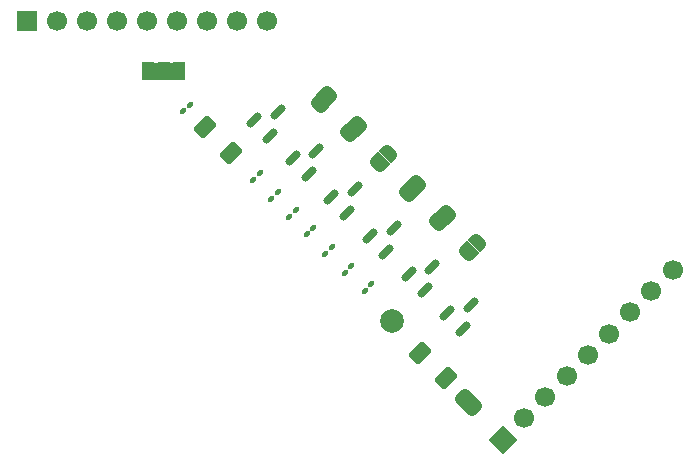
<source format=gbr>
%TF.GenerationSoftware,KiCad,Pcbnew,9.0.2*%
%TF.CreationDate,2025-07-19T22:24:43-05:00*%
%TF.ProjectId,XDS110 onboard prog breakout,58445331-3130-4206-9f6e-626f61726420,rev?*%
%TF.SameCoordinates,Original*%
%TF.FileFunction,Soldermask,Top*%
%TF.FilePolarity,Negative*%
%FSLAX46Y46*%
G04 Gerber Fmt 4.6, Leading zero omitted, Abs format (unit mm)*
G04 Created by KiCad (PCBNEW 9.0.2) date 2025-07-19 22:24:43*
%MOMM*%
%LPD*%
G01*
G04 APERTURE LIST*
G04 Aperture macros list*
%AMRoundRect*
0 Rectangle with rounded corners*
0 $1 Rounding radius*
0 $2 $3 $4 $5 $6 $7 $8 $9 X,Y pos of 4 corners*
0 Add a 4 corners polygon primitive as box body*
4,1,4,$2,$3,$4,$5,$6,$7,$8,$9,$2,$3,0*
0 Add four circle primitives for the rounded corners*
1,1,$1+$1,$2,$3*
1,1,$1+$1,$4,$5*
1,1,$1+$1,$6,$7*
1,1,$1+$1,$8,$9*
0 Add four rect primitives between the rounded corners*
20,1,$1+$1,$2,$3,$4,$5,0*
20,1,$1+$1,$4,$5,$6,$7,0*
20,1,$1+$1,$6,$7,$8,$9,0*
20,1,$1+$1,$8,$9,$2,$3,0*%
%AMRotRect*
0 Rectangle, with rotation*
0 The origin of the aperture is its center*
0 $1 length*
0 $2 width*
0 $3 Rotation angle, in degrees counterclockwise*
0 Add horizontal line*
21,1,$1,$2,0,0,$3*%
%AMFreePoly0*
4,1,23,0.499999,-0.750000,0.000000,-0.750000,0.000000,-0.745722,-0.065263,-0.745722,-0.191342,-0.711940,-0.304381,-0.646677,-0.396677,-0.554382,-0.461940,-0.441342,-0.495722,-0.315263,-0.495722,-0.250000,-0.500000,-0.250000,-0.500000,0.250000,-0.495722,0.250000,-0.495722,0.315263,-0.461940,0.441342,-0.396677,0.554382,-0.304381,0.646677,-0.191342,0.711940,-0.065263,0.745722,0.000000,0.745722,
0.000000,0.750000,0.499999,0.750000,0.499999,-0.750000,0.499999,-0.750000,$1*%
%AMFreePoly1*
4,1,23,0.000000,0.745722,0.065263,0.745722,0.191342,0.711940,0.304381,0.646677,0.396677,0.554382,0.461940,0.441342,0.495722,0.315263,0.495722,0.250000,0.500000,0.250000,0.500000,-0.250000,0.495722,-0.250000,0.495722,-0.315263,0.461940,-0.441342,0.396677,-0.554382,0.304381,-0.646677,0.191342,-0.711940,0.065263,-0.745722,0.000000,-0.745722,0.000000,-0.750000,-0.499999,-0.750000,
-0.499999,0.750000,0.000000,0.750000,0.000000,0.745722,0.000000,0.745722,$1*%
G04 Aperture macros list end*
%ADD10C,0.000000*%
%ADD11RoundRect,0.250000X-0.724784X-0.159099X-0.159099X-0.724784X0.724784X0.159099X0.159099X0.724784X0*%
%ADD12RoundRect,0.250000X0.724784X0.159099X0.159099X0.724784X-0.724784X-0.159099X-0.159099X-0.724784X0*%
%ADD13RoundRect,0.100000X-0.083085X-0.224506X0.224506X0.083085X0.083085X0.224506X-0.224506X-0.083085X0*%
%ADD14RoundRect,0.150000X-0.309359X-0.521491X0.521491X0.309359X0.309359X0.521491X-0.521491X-0.309359X0*%
%ADD15FreePoly0,45.000000*%
%ADD16FreePoly1,45.000000*%
%ADD17RotRect,1.700000X1.700000X135.000000*%
%ADD18C,1.700000*%
%ADD19R,1.000000X1.500000*%
%ADD20FreePoly0,135.000000*%
%ADD21FreePoly1,135.000000*%
%ADD22C,2.000000*%
%ADD23R,1.700000X1.700000*%
G04 APERTURE END LIST*
D10*
%TO.C,JP3*%
G36*
X112605696Y-101593564D02*
G01*
X112393564Y-101805696D01*
X111332904Y-100745036D01*
X111545036Y-100532904D01*
X112605696Y-101593564D01*
G37*
%TO.C,JP6*%
G36*
X120136396Y-109124264D02*
G01*
X119924264Y-109336396D01*
X118863604Y-108275736D01*
X119075736Y-108063604D01*
X120136396Y-109124264D01*
G37*
%TO.C,JP2*%
G36*
X99200000Y-99550001D02*
G01*
X97600000Y-99550001D01*
X97600000Y-98049999D01*
X99200000Y-98049999D01*
X99200000Y-99550001D01*
G37*
%TO.C,JP8*%
G36*
X125156896Y-114144764D02*
G01*
X124944764Y-114356896D01*
X123884104Y-113296236D01*
X124096236Y-113084104D01*
X125156896Y-114144764D01*
G37*
%TO.C,JP5*%
G36*
X117626196Y-106614064D02*
G01*
X117414064Y-106826196D01*
X116353404Y-105765536D01*
X116565536Y-105553404D01*
X117626196Y-106614064D01*
G37*
%TO.C,JP7*%
G36*
X122646596Y-111634464D02*
G01*
X122434464Y-111846596D01*
X121373804Y-110785936D01*
X121585936Y-110573804D01*
X122646596Y-111634464D01*
G37*
%TO.C,JP1*%
G36*
X124836396Y-126375736D02*
G01*
X123775736Y-127436396D01*
X123563604Y-127224264D01*
X124624264Y-126163604D01*
X124836396Y-126375736D01*
G37*
%TO.C,JP4*%
G36*
X115115896Y-104103764D02*
G01*
X114903764Y-104315896D01*
X113843104Y-103255236D01*
X114055236Y-103043104D01*
X115115896Y-104103764D01*
G37*
%TD*%
D11*
%TO.C,R1*%
X101903984Y-103503984D03*
X104096016Y-105696016D03*
%TD*%
D12*
%TO.C,R12*%
X122296016Y-124796016D03*
X120103984Y-122603984D03*
%TD*%
D13*
%TO.C,D7*%
X110499954Y-112600046D03*
X111076246Y-112023754D03*
%TD*%
D14*
%TO.C,Q6*%
X106063436Y-102903761D03*
X107406939Y-104247264D03*
X108061013Y-102249687D03*
%TD*%
D15*
%TO.C,JP3*%
X111509681Y-101628919D03*
D16*
X112428919Y-100709681D03*
%TD*%
D17*
%TO.C,J2*%
X127115800Y-129984200D03*
D18*
X128911851Y-128188149D03*
X130707902Y-126392098D03*
X132503954Y-124596046D03*
X134300005Y-122799995D03*
X136096056Y-121003944D03*
X137892107Y-119207893D03*
X139688159Y-117411841D03*
X141484210Y-115615790D03*
%TD*%
D15*
%TO.C,JP6*%
X119040381Y-109159619D03*
D16*
X119959619Y-108240381D03*
%TD*%
D13*
%TO.C,D8*%
X112093254Y-114281146D03*
X112669546Y-113704854D03*
%TD*%
D19*
%TO.C,JP2*%
X97100000Y-98800000D03*
X98400000Y-98800000D03*
X99700000Y-98800000D03*
%TD*%
D13*
%TO.C,D1*%
X115406054Y-117393946D03*
X115982346Y-116817654D03*
%TD*%
D14*
%TO.C,Q2*%
X119144936Y-115985261D03*
X120488439Y-117328764D03*
X121142513Y-115331187D03*
%TD*%
D15*
%TO.C,JP8*%
X124060881Y-114180119D03*
D16*
X124980119Y-113260881D03*
%TD*%
D14*
%TO.C,Q3*%
X115874536Y-112714861D03*
X117218039Y-114058364D03*
X117872113Y-112060787D03*
%TD*%
%TO.C,Q4*%
X112604236Y-109444461D03*
X113947739Y-110787964D03*
X114601813Y-108790387D03*
%TD*%
D15*
%TO.C,JP5*%
X116530181Y-106649419D03*
D16*
X117449419Y-105730181D03*
%TD*%
D15*
%TO.C,JP7*%
X121550581Y-111669819D03*
D16*
X122469819Y-110750581D03*
%TD*%
D14*
%TO.C,Q1*%
X122415336Y-119255561D03*
X123758839Y-120599064D03*
X124412913Y-118601487D03*
%TD*%
D13*
%TO.C,D5*%
X107511854Y-109588146D03*
X108088146Y-109011854D03*
%TD*%
D20*
%TO.C,JP1*%
X124659619Y-127259619D03*
D21*
X123740381Y-126340381D03*
%TD*%
D15*
%TO.C,JP4*%
X114019881Y-104139119D03*
D16*
X114939119Y-103219881D03*
%TD*%
D22*
%TO.C,TP16*%
X117700000Y-119900000D03*
%TD*%
D13*
%TO.C,D3*%
X113711854Y-115888146D03*
X114288146Y-115311854D03*
%TD*%
%TO.C,D4*%
X105999954Y-108000046D03*
X106576246Y-107423754D03*
%TD*%
D14*
%TO.C,Q5*%
X109333836Y-106174161D03*
X110677339Y-107517664D03*
X111331413Y-105520087D03*
%TD*%
D23*
%TO.C,J1*%
X86800000Y-94500000D03*
D18*
X89340000Y-94500000D03*
X91879999Y-94500000D03*
X94420000Y-94500000D03*
X96960000Y-94500000D03*
X99500000Y-94500000D03*
X102040000Y-94500000D03*
X104580001Y-94500000D03*
X107120000Y-94500000D03*
%TD*%
D13*
%TO.C,D2*%
X100011854Y-102188146D03*
X100588146Y-101611854D03*
%TD*%
%TO.C,D6*%
X109011854Y-111088146D03*
X109588146Y-110511854D03*
%TD*%
M02*

</source>
